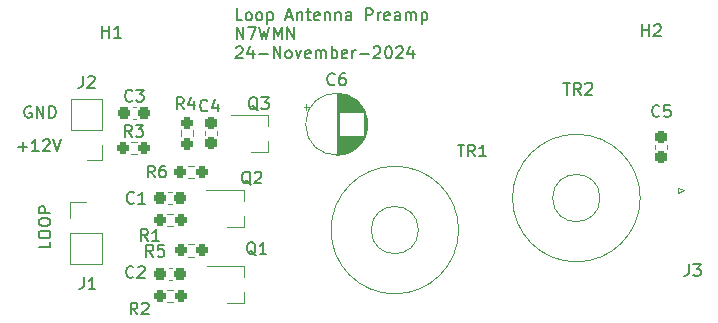
<source format=gto>
G04 #@! TF.GenerationSoftware,KiCad,Pcbnew,7.0.10*
G04 #@! TF.CreationDate,2024-11-24T13:25:20-08:00*
G04 #@! TF.ProjectId,LoopAntennaPreamp,4c6f6f70-416e-4746-956e-6e6150726561,rev?*
G04 #@! TF.SameCoordinates,Original*
G04 #@! TF.FileFunction,Legend,Top*
G04 #@! TF.FilePolarity,Positive*
%FSLAX46Y46*%
G04 Gerber Fmt 4.6, Leading zero omitted, Abs format (unit mm)*
G04 Created by KiCad (PCBNEW 7.0.10) date 2024-11-24 13:25:20*
%MOMM*%
%LPD*%
G01*
G04 APERTURE LIST*
G04 Aperture macros list*
%AMRoundRect*
0 Rectangle with rounded corners*
0 $1 Rounding radius*
0 $2 $3 $4 $5 $6 $7 $8 $9 X,Y pos of 4 corners*
0 Add a 4 corners polygon primitive as box body*
4,1,4,$2,$3,$4,$5,$6,$7,$8,$9,$2,$3,0*
0 Add four circle primitives for the rounded corners*
1,1,$1+$1,$2,$3*
1,1,$1+$1,$4,$5*
1,1,$1+$1,$6,$7*
1,1,$1+$1,$8,$9*
0 Add four rect primitives between the rounded corners*
20,1,$1+$1,$2,$3,$4,$5,0*
20,1,$1+$1,$4,$5,$6,$7,0*
20,1,$1+$1,$6,$7,$8,$9,0*
20,1,$1+$1,$8,$9,$2,$3,0*%
G04 Aperture macros list end*
%ADD10C,0.150000*%
%ADD11C,0.120000*%
%ADD12C,3.000000*%
%ADD13RoundRect,0.237500X-0.250000X-0.237500X0.250000X-0.237500X0.250000X0.237500X-0.250000X0.237500X0*%
%ADD14RoundRect,0.237500X0.237500X-0.250000X0.237500X0.250000X-0.237500X0.250000X-0.237500X-0.250000X0*%
%ADD15R,1.900000X0.800000*%
%ADD16R,5.080000X1.500000*%
%ADD17R,1.700000X1.700000*%
%ADD18O,1.700000X1.700000*%
%ADD19C,3.200000*%
%ADD20R,1.600000X1.600000*%
%ADD21C,1.600000*%
%ADD22RoundRect,0.237500X-0.237500X0.300000X-0.237500X-0.300000X0.237500X-0.300000X0.237500X0.300000X0*%
%ADD23RoundRect,0.237500X-0.300000X-0.237500X0.300000X-0.237500X0.300000X0.237500X-0.300000X0.237500X0*%
%ADD24RoundRect,0.237500X0.300000X0.237500X-0.300000X0.237500X-0.300000X-0.237500X0.300000X-0.237500X0*%
G04 APERTURE END LIST*
D10*
X107212969Y-109039819D02*
X106736779Y-109039819D01*
X106736779Y-109039819D02*
X106736779Y-108039819D01*
X107689160Y-109039819D02*
X107593922Y-108992200D01*
X107593922Y-108992200D02*
X107546303Y-108944580D01*
X107546303Y-108944580D02*
X107498684Y-108849342D01*
X107498684Y-108849342D02*
X107498684Y-108563628D01*
X107498684Y-108563628D02*
X107546303Y-108468390D01*
X107546303Y-108468390D02*
X107593922Y-108420771D01*
X107593922Y-108420771D02*
X107689160Y-108373152D01*
X107689160Y-108373152D02*
X107832017Y-108373152D01*
X107832017Y-108373152D02*
X107927255Y-108420771D01*
X107927255Y-108420771D02*
X107974874Y-108468390D01*
X107974874Y-108468390D02*
X108022493Y-108563628D01*
X108022493Y-108563628D02*
X108022493Y-108849342D01*
X108022493Y-108849342D02*
X107974874Y-108944580D01*
X107974874Y-108944580D02*
X107927255Y-108992200D01*
X107927255Y-108992200D02*
X107832017Y-109039819D01*
X107832017Y-109039819D02*
X107689160Y-109039819D01*
X108593922Y-109039819D02*
X108498684Y-108992200D01*
X108498684Y-108992200D02*
X108451065Y-108944580D01*
X108451065Y-108944580D02*
X108403446Y-108849342D01*
X108403446Y-108849342D02*
X108403446Y-108563628D01*
X108403446Y-108563628D02*
X108451065Y-108468390D01*
X108451065Y-108468390D02*
X108498684Y-108420771D01*
X108498684Y-108420771D02*
X108593922Y-108373152D01*
X108593922Y-108373152D02*
X108736779Y-108373152D01*
X108736779Y-108373152D02*
X108832017Y-108420771D01*
X108832017Y-108420771D02*
X108879636Y-108468390D01*
X108879636Y-108468390D02*
X108927255Y-108563628D01*
X108927255Y-108563628D02*
X108927255Y-108849342D01*
X108927255Y-108849342D02*
X108879636Y-108944580D01*
X108879636Y-108944580D02*
X108832017Y-108992200D01*
X108832017Y-108992200D02*
X108736779Y-109039819D01*
X108736779Y-109039819D02*
X108593922Y-109039819D01*
X109355827Y-108373152D02*
X109355827Y-109373152D01*
X109355827Y-108420771D02*
X109451065Y-108373152D01*
X109451065Y-108373152D02*
X109641541Y-108373152D01*
X109641541Y-108373152D02*
X109736779Y-108420771D01*
X109736779Y-108420771D02*
X109784398Y-108468390D01*
X109784398Y-108468390D02*
X109832017Y-108563628D01*
X109832017Y-108563628D02*
X109832017Y-108849342D01*
X109832017Y-108849342D02*
X109784398Y-108944580D01*
X109784398Y-108944580D02*
X109736779Y-108992200D01*
X109736779Y-108992200D02*
X109641541Y-109039819D01*
X109641541Y-109039819D02*
X109451065Y-109039819D01*
X109451065Y-109039819D02*
X109355827Y-108992200D01*
X110974875Y-108754104D02*
X111451065Y-108754104D01*
X110879637Y-109039819D02*
X111212970Y-108039819D01*
X111212970Y-108039819D02*
X111546303Y-109039819D01*
X111879637Y-108373152D02*
X111879637Y-109039819D01*
X111879637Y-108468390D02*
X111927256Y-108420771D01*
X111927256Y-108420771D02*
X112022494Y-108373152D01*
X112022494Y-108373152D02*
X112165351Y-108373152D01*
X112165351Y-108373152D02*
X112260589Y-108420771D01*
X112260589Y-108420771D02*
X112308208Y-108516009D01*
X112308208Y-108516009D02*
X112308208Y-109039819D01*
X112641542Y-108373152D02*
X113022494Y-108373152D01*
X112784399Y-108039819D02*
X112784399Y-108896961D01*
X112784399Y-108896961D02*
X112832018Y-108992200D01*
X112832018Y-108992200D02*
X112927256Y-109039819D01*
X112927256Y-109039819D02*
X113022494Y-109039819D01*
X113736780Y-108992200D02*
X113641542Y-109039819D01*
X113641542Y-109039819D02*
X113451066Y-109039819D01*
X113451066Y-109039819D02*
X113355828Y-108992200D01*
X113355828Y-108992200D02*
X113308209Y-108896961D01*
X113308209Y-108896961D02*
X113308209Y-108516009D01*
X113308209Y-108516009D02*
X113355828Y-108420771D01*
X113355828Y-108420771D02*
X113451066Y-108373152D01*
X113451066Y-108373152D02*
X113641542Y-108373152D01*
X113641542Y-108373152D02*
X113736780Y-108420771D01*
X113736780Y-108420771D02*
X113784399Y-108516009D01*
X113784399Y-108516009D02*
X113784399Y-108611247D01*
X113784399Y-108611247D02*
X113308209Y-108706485D01*
X114212971Y-108373152D02*
X114212971Y-109039819D01*
X114212971Y-108468390D02*
X114260590Y-108420771D01*
X114260590Y-108420771D02*
X114355828Y-108373152D01*
X114355828Y-108373152D02*
X114498685Y-108373152D01*
X114498685Y-108373152D02*
X114593923Y-108420771D01*
X114593923Y-108420771D02*
X114641542Y-108516009D01*
X114641542Y-108516009D02*
X114641542Y-109039819D01*
X115117733Y-108373152D02*
X115117733Y-109039819D01*
X115117733Y-108468390D02*
X115165352Y-108420771D01*
X115165352Y-108420771D02*
X115260590Y-108373152D01*
X115260590Y-108373152D02*
X115403447Y-108373152D01*
X115403447Y-108373152D02*
X115498685Y-108420771D01*
X115498685Y-108420771D02*
X115546304Y-108516009D01*
X115546304Y-108516009D02*
X115546304Y-109039819D01*
X116451066Y-109039819D02*
X116451066Y-108516009D01*
X116451066Y-108516009D02*
X116403447Y-108420771D01*
X116403447Y-108420771D02*
X116308209Y-108373152D01*
X116308209Y-108373152D02*
X116117733Y-108373152D01*
X116117733Y-108373152D02*
X116022495Y-108420771D01*
X116451066Y-108992200D02*
X116355828Y-109039819D01*
X116355828Y-109039819D02*
X116117733Y-109039819D01*
X116117733Y-109039819D02*
X116022495Y-108992200D01*
X116022495Y-108992200D02*
X115974876Y-108896961D01*
X115974876Y-108896961D02*
X115974876Y-108801723D01*
X115974876Y-108801723D02*
X116022495Y-108706485D01*
X116022495Y-108706485D02*
X116117733Y-108658866D01*
X116117733Y-108658866D02*
X116355828Y-108658866D01*
X116355828Y-108658866D02*
X116451066Y-108611247D01*
X117689162Y-109039819D02*
X117689162Y-108039819D01*
X117689162Y-108039819D02*
X118070114Y-108039819D01*
X118070114Y-108039819D02*
X118165352Y-108087438D01*
X118165352Y-108087438D02*
X118212971Y-108135057D01*
X118212971Y-108135057D02*
X118260590Y-108230295D01*
X118260590Y-108230295D02*
X118260590Y-108373152D01*
X118260590Y-108373152D02*
X118212971Y-108468390D01*
X118212971Y-108468390D02*
X118165352Y-108516009D01*
X118165352Y-108516009D02*
X118070114Y-108563628D01*
X118070114Y-108563628D02*
X117689162Y-108563628D01*
X118689162Y-109039819D02*
X118689162Y-108373152D01*
X118689162Y-108563628D02*
X118736781Y-108468390D01*
X118736781Y-108468390D02*
X118784400Y-108420771D01*
X118784400Y-108420771D02*
X118879638Y-108373152D01*
X118879638Y-108373152D02*
X118974876Y-108373152D01*
X119689162Y-108992200D02*
X119593924Y-109039819D01*
X119593924Y-109039819D02*
X119403448Y-109039819D01*
X119403448Y-109039819D02*
X119308210Y-108992200D01*
X119308210Y-108992200D02*
X119260591Y-108896961D01*
X119260591Y-108896961D02*
X119260591Y-108516009D01*
X119260591Y-108516009D02*
X119308210Y-108420771D01*
X119308210Y-108420771D02*
X119403448Y-108373152D01*
X119403448Y-108373152D02*
X119593924Y-108373152D01*
X119593924Y-108373152D02*
X119689162Y-108420771D01*
X119689162Y-108420771D02*
X119736781Y-108516009D01*
X119736781Y-108516009D02*
X119736781Y-108611247D01*
X119736781Y-108611247D02*
X119260591Y-108706485D01*
X120593924Y-109039819D02*
X120593924Y-108516009D01*
X120593924Y-108516009D02*
X120546305Y-108420771D01*
X120546305Y-108420771D02*
X120451067Y-108373152D01*
X120451067Y-108373152D02*
X120260591Y-108373152D01*
X120260591Y-108373152D02*
X120165353Y-108420771D01*
X120593924Y-108992200D02*
X120498686Y-109039819D01*
X120498686Y-109039819D02*
X120260591Y-109039819D01*
X120260591Y-109039819D02*
X120165353Y-108992200D01*
X120165353Y-108992200D02*
X120117734Y-108896961D01*
X120117734Y-108896961D02*
X120117734Y-108801723D01*
X120117734Y-108801723D02*
X120165353Y-108706485D01*
X120165353Y-108706485D02*
X120260591Y-108658866D01*
X120260591Y-108658866D02*
X120498686Y-108658866D01*
X120498686Y-108658866D02*
X120593924Y-108611247D01*
X121070115Y-109039819D02*
X121070115Y-108373152D01*
X121070115Y-108468390D02*
X121117734Y-108420771D01*
X121117734Y-108420771D02*
X121212972Y-108373152D01*
X121212972Y-108373152D02*
X121355829Y-108373152D01*
X121355829Y-108373152D02*
X121451067Y-108420771D01*
X121451067Y-108420771D02*
X121498686Y-108516009D01*
X121498686Y-108516009D02*
X121498686Y-109039819D01*
X121498686Y-108516009D02*
X121546305Y-108420771D01*
X121546305Y-108420771D02*
X121641543Y-108373152D01*
X121641543Y-108373152D02*
X121784400Y-108373152D01*
X121784400Y-108373152D02*
X121879639Y-108420771D01*
X121879639Y-108420771D02*
X121927258Y-108516009D01*
X121927258Y-108516009D02*
X121927258Y-109039819D01*
X122403448Y-108373152D02*
X122403448Y-109373152D01*
X122403448Y-108420771D02*
X122498686Y-108373152D01*
X122498686Y-108373152D02*
X122689162Y-108373152D01*
X122689162Y-108373152D02*
X122784400Y-108420771D01*
X122784400Y-108420771D02*
X122832019Y-108468390D01*
X122832019Y-108468390D02*
X122879638Y-108563628D01*
X122879638Y-108563628D02*
X122879638Y-108849342D01*
X122879638Y-108849342D02*
X122832019Y-108944580D01*
X122832019Y-108944580D02*
X122784400Y-108992200D01*
X122784400Y-108992200D02*
X122689162Y-109039819D01*
X122689162Y-109039819D02*
X122498686Y-109039819D01*
X122498686Y-109039819D02*
X122403448Y-108992200D01*
X106736779Y-110649819D02*
X106736779Y-109649819D01*
X106736779Y-109649819D02*
X107308207Y-110649819D01*
X107308207Y-110649819D02*
X107308207Y-109649819D01*
X107689160Y-109649819D02*
X108355826Y-109649819D01*
X108355826Y-109649819D02*
X107927255Y-110649819D01*
X108641541Y-109649819D02*
X108879636Y-110649819D01*
X108879636Y-110649819D02*
X109070112Y-109935533D01*
X109070112Y-109935533D02*
X109260588Y-110649819D01*
X109260588Y-110649819D02*
X109498684Y-109649819D01*
X109879636Y-110649819D02*
X109879636Y-109649819D01*
X109879636Y-109649819D02*
X110212969Y-110364104D01*
X110212969Y-110364104D02*
X110546302Y-109649819D01*
X110546302Y-109649819D02*
X110546302Y-110649819D01*
X111022493Y-110649819D02*
X111022493Y-109649819D01*
X111022493Y-109649819D02*
X111593921Y-110649819D01*
X111593921Y-110649819D02*
X111593921Y-109649819D01*
X106689160Y-111355057D02*
X106736779Y-111307438D01*
X106736779Y-111307438D02*
X106832017Y-111259819D01*
X106832017Y-111259819D02*
X107070112Y-111259819D01*
X107070112Y-111259819D02*
X107165350Y-111307438D01*
X107165350Y-111307438D02*
X107212969Y-111355057D01*
X107212969Y-111355057D02*
X107260588Y-111450295D01*
X107260588Y-111450295D02*
X107260588Y-111545533D01*
X107260588Y-111545533D02*
X107212969Y-111688390D01*
X107212969Y-111688390D02*
X106641541Y-112259819D01*
X106641541Y-112259819D02*
X107260588Y-112259819D01*
X108117731Y-111593152D02*
X108117731Y-112259819D01*
X107879636Y-111212200D02*
X107641541Y-111926485D01*
X107641541Y-111926485D02*
X108260588Y-111926485D01*
X108641541Y-111878866D02*
X109403446Y-111878866D01*
X109879636Y-112259819D02*
X109879636Y-111259819D01*
X109879636Y-111259819D02*
X110451064Y-112259819D01*
X110451064Y-112259819D02*
X110451064Y-111259819D01*
X111070112Y-112259819D02*
X110974874Y-112212200D01*
X110974874Y-112212200D02*
X110927255Y-112164580D01*
X110927255Y-112164580D02*
X110879636Y-112069342D01*
X110879636Y-112069342D02*
X110879636Y-111783628D01*
X110879636Y-111783628D02*
X110927255Y-111688390D01*
X110927255Y-111688390D02*
X110974874Y-111640771D01*
X110974874Y-111640771D02*
X111070112Y-111593152D01*
X111070112Y-111593152D02*
X111212969Y-111593152D01*
X111212969Y-111593152D02*
X111308207Y-111640771D01*
X111308207Y-111640771D02*
X111355826Y-111688390D01*
X111355826Y-111688390D02*
X111403445Y-111783628D01*
X111403445Y-111783628D02*
X111403445Y-112069342D01*
X111403445Y-112069342D02*
X111355826Y-112164580D01*
X111355826Y-112164580D02*
X111308207Y-112212200D01*
X111308207Y-112212200D02*
X111212969Y-112259819D01*
X111212969Y-112259819D02*
X111070112Y-112259819D01*
X111736779Y-111593152D02*
X111974874Y-112259819D01*
X111974874Y-112259819D02*
X112212969Y-111593152D01*
X112974874Y-112212200D02*
X112879636Y-112259819D01*
X112879636Y-112259819D02*
X112689160Y-112259819D01*
X112689160Y-112259819D02*
X112593922Y-112212200D01*
X112593922Y-112212200D02*
X112546303Y-112116961D01*
X112546303Y-112116961D02*
X112546303Y-111736009D01*
X112546303Y-111736009D02*
X112593922Y-111640771D01*
X112593922Y-111640771D02*
X112689160Y-111593152D01*
X112689160Y-111593152D02*
X112879636Y-111593152D01*
X112879636Y-111593152D02*
X112974874Y-111640771D01*
X112974874Y-111640771D02*
X113022493Y-111736009D01*
X113022493Y-111736009D02*
X113022493Y-111831247D01*
X113022493Y-111831247D02*
X112546303Y-111926485D01*
X113451065Y-112259819D02*
X113451065Y-111593152D01*
X113451065Y-111688390D02*
X113498684Y-111640771D01*
X113498684Y-111640771D02*
X113593922Y-111593152D01*
X113593922Y-111593152D02*
X113736779Y-111593152D01*
X113736779Y-111593152D02*
X113832017Y-111640771D01*
X113832017Y-111640771D02*
X113879636Y-111736009D01*
X113879636Y-111736009D02*
X113879636Y-112259819D01*
X113879636Y-111736009D02*
X113927255Y-111640771D01*
X113927255Y-111640771D02*
X114022493Y-111593152D01*
X114022493Y-111593152D02*
X114165350Y-111593152D01*
X114165350Y-111593152D02*
X114260589Y-111640771D01*
X114260589Y-111640771D02*
X114308208Y-111736009D01*
X114308208Y-111736009D02*
X114308208Y-112259819D01*
X114784398Y-112259819D02*
X114784398Y-111259819D01*
X114784398Y-111640771D02*
X114879636Y-111593152D01*
X114879636Y-111593152D02*
X115070112Y-111593152D01*
X115070112Y-111593152D02*
X115165350Y-111640771D01*
X115165350Y-111640771D02*
X115212969Y-111688390D01*
X115212969Y-111688390D02*
X115260588Y-111783628D01*
X115260588Y-111783628D02*
X115260588Y-112069342D01*
X115260588Y-112069342D02*
X115212969Y-112164580D01*
X115212969Y-112164580D02*
X115165350Y-112212200D01*
X115165350Y-112212200D02*
X115070112Y-112259819D01*
X115070112Y-112259819D02*
X114879636Y-112259819D01*
X114879636Y-112259819D02*
X114784398Y-112212200D01*
X116070112Y-112212200D02*
X115974874Y-112259819D01*
X115974874Y-112259819D02*
X115784398Y-112259819D01*
X115784398Y-112259819D02*
X115689160Y-112212200D01*
X115689160Y-112212200D02*
X115641541Y-112116961D01*
X115641541Y-112116961D02*
X115641541Y-111736009D01*
X115641541Y-111736009D02*
X115689160Y-111640771D01*
X115689160Y-111640771D02*
X115784398Y-111593152D01*
X115784398Y-111593152D02*
X115974874Y-111593152D01*
X115974874Y-111593152D02*
X116070112Y-111640771D01*
X116070112Y-111640771D02*
X116117731Y-111736009D01*
X116117731Y-111736009D02*
X116117731Y-111831247D01*
X116117731Y-111831247D02*
X115641541Y-111926485D01*
X116546303Y-112259819D02*
X116546303Y-111593152D01*
X116546303Y-111783628D02*
X116593922Y-111688390D01*
X116593922Y-111688390D02*
X116641541Y-111640771D01*
X116641541Y-111640771D02*
X116736779Y-111593152D01*
X116736779Y-111593152D02*
X116832017Y-111593152D01*
X117165351Y-111878866D02*
X117927256Y-111878866D01*
X118355827Y-111355057D02*
X118403446Y-111307438D01*
X118403446Y-111307438D02*
X118498684Y-111259819D01*
X118498684Y-111259819D02*
X118736779Y-111259819D01*
X118736779Y-111259819D02*
X118832017Y-111307438D01*
X118832017Y-111307438D02*
X118879636Y-111355057D01*
X118879636Y-111355057D02*
X118927255Y-111450295D01*
X118927255Y-111450295D02*
X118927255Y-111545533D01*
X118927255Y-111545533D02*
X118879636Y-111688390D01*
X118879636Y-111688390D02*
X118308208Y-112259819D01*
X118308208Y-112259819D02*
X118927255Y-112259819D01*
X119546303Y-111259819D02*
X119641541Y-111259819D01*
X119641541Y-111259819D02*
X119736779Y-111307438D01*
X119736779Y-111307438D02*
X119784398Y-111355057D01*
X119784398Y-111355057D02*
X119832017Y-111450295D01*
X119832017Y-111450295D02*
X119879636Y-111640771D01*
X119879636Y-111640771D02*
X119879636Y-111878866D01*
X119879636Y-111878866D02*
X119832017Y-112069342D01*
X119832017Y-112069342D02*
X119784398Y-112164580D01*
X119784398Y-112164580D02*
X119736779Y-112212200D01*
X119736779Y-112212200D02*
X119641541Y-112259819D01*
X119641541Y-112259819D02*
X119546303Y-112259819D01*
X119546303Y-112259819D02*
X119451065Y-112212200D01*
X119451065Y-112212200D02*
X119403446Y-112164580D01*
X119403446Y-112164580D02*
X119355827Y-112069342D01*
X119355827Y-112069342D02*
X119308208Y-111878866D01*
X119308208Y-111878866D02*
X119308208Y-111640771D01*
X119308208Y-111640771D02*
X119355827Y-111450295D01*
X119355827Y-111450295D02*
X119403446Y-111355057D01*
X119403446Y-111355057D02*
X119451065Y-111307438D01*
X119451065Y-111307438D02*
X119546303Y-111259819D01*
X120260589Y-111355057D02*
X120308208Y-111307438D01*
X120308208Y-111307438D02*
X120403446Y-111259819D01*
X120403446Y-111259819D02*
X120641541Y-111259819D01*
X120641541Y-111259819D02*
X120736779Y-111307438D01*
X120736779Y-111307438D02*
X120784398Y-111355057D01*
X120784398Y-111355057D02*
X120832017Y-111450295D01*
X120832017Y-111450295D02*
X120832017Y-111545533D01*
X120832017Y-111545533D02*
X120784398Y-111688390D01*
X120784398Y-111688390D02*
X120212970Y-112259819D01*
X120212970Y-112259819D02*
X120832017Y-112259819D01*
X121689160Y-111593152D02*
X121689160Y-112259819D01*
X121451065Y-111212200D02*
X121212970Y-111926485D01*
X121212970Y-111926485D02*
X121832017Y-111926485D01*
X90979819Y-127797030D02*
X90979819Y-128273220D01*
X90979819Y-128273220D02*
X89979819Y-128273220D01*
X89979819Y-127273220D02*
X89979819Y-127082744D01*
X89979819Y-127082744D02*
X90027438Y-126987506D01*
X90027438Y-126987506D02*
X90122676Y-126892268D01*
X90122676Y-126892268D02*
X90313152Y-126844649D01*
X90313152Y-126844649D02*
X90646485Y-126844649D01*
X90646485Y-126844649D02*
X90836961Y-126892268D01*
X90836961Y-126892268D02*
X90932200Y-126987506D01*
X90932200Y-126987506D02*
X90979819Y-127082744D01*
X90979819Y-127082744D02*
X90979819Y-127273220D01*
X90979819Y-127273220D02*
X90932200Y-127368458D01*
X90932200Y-127368458D02*
X90836961Y-127463696D01*
X90836961Y-127463696D02*
X90646485Y-127511315D01*
X90646485Y-127511315D02*
X90313152Y-127511315D01*
X90313152Y-127511315D02*
X90122676Y-127463696D01*
X90122676Y-127463696D02*
X90027438Y-127368458D01*
X90027438Y-127368458D02*
X89979819Y-127273220D01*
X89979819Y-126225601D02*
X89979819Y-126035125D01*
X89979819Y-126035125D02*
X90027438Y-125939887D01*
X90027438Y-125939887D02*
X90122676Y-125844649D01*
X90122676Y-125844649D02*
X90313152Y-125797030D01*
X90313152Y-125797030D02*
X90646485Y-125797030D01*
X90646485Y-125797030D02*
X90836961Y-125844649D01*
X90836961Y-125844649D02*
X90932200Y-125939887D01*
X90932200Y-125939887D02*
X90979819Y-126035125D01*
X90979819Y-126035125D02*
X90979819Y-126225601D01*
X90979819Y-126225601D02*
X90932200Y-126320839D01*
X90932200Y-126320839D02*
X90836961Y-126416077D01*
X90836961Y-126416077D02*
X90646485Y-126463696D01*
X90646485Y-126463696D02*
X90313152Y-126463696D01*
X90313152Y-126463696D02*
X90122676Y-126416077D01*
X90122676Y-126416077D02*
X90027438Y-126320839D01*
X90027438Y-126320839D02*
X89979819Y-126225601D01*
X90979819Y-125368458D02*
X89979819Y-125368458D01*
X89979819Y-125368458D02*
X89979819Y-124987506D01*
X89979819Y-124987506D02*
X90027438Y-124892268D01*
X90027438Y-124892268D02*
X90075057Y-124844649D01*
X90075057Y-124844649D02*
X90170295Y-124797030D01*
X90170295Y-124797030D02*
X90313152Y-124797030D01*
X90313152Y-124797030D02*
X90408390Y-124844649D01*
X90408390Y-124844649D02*
X90456009Y-124892268D01*
X90456009Y-124892268D02*
X90503628Y-124987506D01*
X90503628Y-124987506D02*
X90503628Y-125368458D01*
X88236779Y-119748866D02*
X88998684Y-119748866D01*
X88617731Y-120129819D02*
X88617731Y-119367914D01*
X89998683Y-120129819D02*
X89427255Y-120129819D01*
X89712969Y-120129819D02*
X89712969Y-119129819D01*
X89712969Y-119129819D02*
X89617731Y-119272676D01*
X89617731Y-119272676D02*
X89522493Y-119367914D01*
X89522493Y-119367914D02*
X89427255Y-119415533D01*
X90379636Y-119225057D02*
X90427255Y-119177438D01*
X90427255Y-119177438D02*
X90522493Y-119129819D01*
X90522493Y-119129819D02*
X90760588Y-119129819D01*
X90760588Y-119129819D02*
X90855826Y-119177438D01*
X90855826Y-119177438D02*
X90903445Y-119225057D01*
X90903445Y-119225057D02*
X90951064Y-119320295D01*
X90951064Y-119320295D02*
X90951064Y-119415533D01*
X90951064Y-119415533D02*
X90903445Y-119558390D01*
X90903445Y-119558390D02*
X90332017Y-120129819D01*
X90332017Y-120129819D02*
X90951064Y-120129819D01*
X91236779Y-119129819D02*
X91570112Y-120129819D01*
X91570112Y-120129819D02*
X91903445Y-119129819D01*
X89340588Y-116347438D02*
X89245350Y-116299819D01*
X89245350Y-116299819D02*
X89102493Y-116299819D01*
X89102493Y-116299819D02*
X88959636Y-116347438D01*
X88959636Y-116347438D02*
X88864398Y-116442676D01*
X88864398Y-116442676D02*
X88816779Y-116537914D01*
X88816779Y-116537914D02*
X88769160Y-116728390D01*
X88769160Y-116728390D02*
X88769160Y-116871247D01*
X88769160Y-116871247D02*
X88816779Y-117061723D01*
X88816779Y-117061723D02*
X88864398Y-117156961D01*
X88864398Y-117156961D02*
X88959636Y-117252200D01*
X88959636Y-117252200D02*
X89102493Y-117299819D01*
X89102493Y-117299819D02*
X89197731Y-117299819D01*
X89197731Y-117299819D02*
X89340588Y-117252200D01*
X89340588Y-117252200D02*
X89388207Y-117204580D01*
X89388207Y-117204580D02*
X89388207Y-116871247D01*
X89388207Y-116871247D02*
X89197731Y-116871247D01*
X89816779Y-117299819D02*
X89816779Y-116299819D01*
X89816779Y-116299819D02*
X90388207Y-117299819D01*
X90388207Y-117299819D02*
X90388207Y-116299819D01*
X90864398Y-117299819D02*
X90864398Y-116299819D01*
X90864398Y-116299819D02*
X91102493Y-116299819D01*
X91102493Y-116299819D02*
X91245350Y-116347438D01*
X91245350Y-116347438D02*
X91340588Y-116442676D01*
X91340588Y-116442676D02*
X91388207Y-116537914D01*
X91388207Y-116537914D02*
X91435826Y-116728390D01*
X91435826Y-116728390D02*
X91435826Y-116871247D01*
X91435826Y-116871247D02*
X91388207Y-117061723D01*
X91388207Y-117061723D02*
X91340588Y-117156961D01*
X91340588Y-117156961D02*
X91245350Y-117252200D01*
X91245350Y-117252200D02*
X91102493Y-117299819D01*
X91102493Y-117299819D02*
X90864398Y-117299819D01*
X134418095Y-114344819D02*
X134989523Y-114344819D01*
X134703809Y-115344819D02*
X134703809Y-114344819D01*
X135894285Y-115344819D02*
X135560952Y-114868628D01*
X135322857Y-115344819D02*
X135322857Y-114344819D01*
X135322857Y-114344819D02*
X135703809Y-114344819D01*
X135703809Y-114344819D02*
X135799047Y-114392438D01*
X135799047Y-114392438D02*
X135846666Y-114440057D01*
X135846666Y-114440057D02*
X135894285Y-114535295D01*
X135894285Y-114535295D02*
X135894285Y-114678152D01*
X135894285Y-114678152D02*
X135846666Y-114773390D01*
X135846666Y-114773390D02*
X135799047Y-114821009D01*
X135799047Y-114821009D02*
X135703809Y-114868628D01*
X135703809Y-114868628D02*
X135322857Y-114868628D01*
X136275238Y-114440057D02*
X136322857Y-114392438D01*
X136322857Y-114392438D02*
X136418095Y-114344819D01*
X136418095Y-114344819D02*
X136656190Y-114344819D01*
X136656190Y-114344819D02*
X136751428Y-114392438D01*
X136751428Y-114392438D02*
X136799047Y-114440057D01*
X136799047Y-114440057D02*
X136846666Y-114535295D01*
X136846666Y-114535295D02*
X136846666Y-114630533D01*
X136846666Y-114630533D02*
X136799047Y-114773390D01*
X136799047Y-114773390D02*
X136227619Y-115344819D01*
X136227619Y-115344819D02*
X136846666Y-115344819D01*
X125448095Y-119574819D02*
X126019523Y-119574819D01*
X125733809Y-120574819D02*
X125733809Y-119574819D01*
X126924285Y-120574819D02*
X126590952Y-120098628D01*
X126352857Y-120574819D02*
X126352857Y-119574819D01*
X126352857Y-119574819D02*
X126733809Y-119574819D01*
X126733809Y-119574819D02*
X126829047Y-119622438D01*
X126829047Y-119622438D02*
X126876666Y-119670057D01*
X126876666Y-119670057D02*
X126924285Y-119765295D01*
X126924285Y-119765295D02*
X126924285Y-119908152D01*
X126924285Y-119908152D02*
X126876666Y-120003390D01*
X126876666Y-120003390D02*
X126829047Y-120051009D01*
X126829047Y-120051009D02*
X126733809Y-120098628D01*
X126733809Y-120098628D02*
X126352857Y-120098628D01*
X127876666Y-120574819D02*
X127305238Y-120574819D01*
X127590952Y-120574819D02*
X127590952Y-119574819D01*
X127590952Y-119574819D02*
X127495714Y-119717676D01*
X127495714Y-119717676D02*
X127400476Y-119812914D01*
X127400476Y-119812914D02*
X127305238Y-119860533D01*
X99813333Y-122344819D02*
X99480000Y-121868628D01*
X99241905Y-122344819D02*
X99241905Y-121344819D01*
X99241905Y-121344819D02*
X99622857Y-121344819D01*
X99622857Y-121344819D02*
X99718095Y-121392438D01*
X99718095Y-121392438D02*
X99765714Y-121440057D01*
X99765714Y-121440057D02*
X99813333Y-121535295D01*
X99813333Y-121535295D02*
X99813333Y-121678152D01*
X99813333Y-121678152D02*
X99765714Y-121773390D01*
X99765714Y-121773390D02*
X99718095Y-121821009D01*
X99718095Y-121821009D02*
X99622857Y-121868628D01*
X99622857Y-121868628D02*
X99241905Y-121868628D01*
X100670476Y-121344819D02*
X100480000Y-121344819D01*
X100480000Y-121344819D02*
X100384762Y-121392438D01*
X100384762Y-121392438D02*
X100337143Y-121440057D01*
X100337143Y-121440057D02*
X100241905Y-121582914D01*
X100241905Y-121582914D02*
X100194286Y-121773390D01*
X100194286Y-121773390D02*
X100194286Y-122154342D01*
X100194286Y-122154342D02*
X100241905Y-122249580D01*
X100241905Y-122249580D02*
X100289524Y-122297200D01*
X100289524Y-122297200D02*
X100384762Y-122344819D01*
X100384762Y-122344819D02*
X100575238Y-122344819D01*
X100575238Y-122344819D02*
X100670476Y-122297200D01*
X100670476Y-122297200D02*
X100718095Y-122249580D01*
X100718095Y-122249580D02*
X100765714Y-122154342D01*
X100765714Y-122154342D02*
X100765714Y-121916247D01*
X100765714Y-121916247D02*
X100718095Y-121821009D01*
X100718095Y-121821009D02*
X100670476Y-121773390D01*
X100670476Y-121773390D02*
X100575238Y-121725771D01*
X100575238Y-121725771D02*
X100384762Y-121725771D01*
X100384762Y-121725771D02*
X100289524Y-121773390D01*
X100289524Y-121773390D02*
X100241905Y-121821009D01*
X100241905Y-121821009D02*
X100194286Y-121916247D01*
X99683333Y-129054819D02*
X99350000Y-128578628D01*
X99111905Y-129054819D02*
X99111905Y-128054819D01*
X99111905Y-128054819D02*
X99492857Y-128054819D01*
X99492857Y-128054819D02*
X99588095Y-128102438D01*
X99588095Y-128102438D02*
X99635714Y-128150057D01*
X99635714Y-128150057D02*
X99683333Y-128245295D01*
X99683333Y-128245295D02*
X99683333Y-128388152D01*
X99683333Y-128388152D02*
X99635714Y-128483390D01*
X99635714Y-128483390D02*
X99588095Y-128531009D01*
X99588095Y-128531009D02*
X99492857Y-128578628D01*
X99492857Y-128578628D02*
X99111905Y-128578628D01*
X100588095Y-128054819D02*
X100111905Y-128054819D01*
X100111905Y-128054819D02*
X100064286Y-128531009D01*
X100064286Y-128531009D02*
X100111905Y-128483390D01*
X100111905Y-128483390D02*
X100207143Y-128435771D01*
X100207143Y-128435771D02*
X100445238Y-128435771D01*
X100445238Y-128435771D02*
X100540476Y-128483390D01*
X100540476Y-128483390D02*
X100588095Y-128531009D01*
X100588095Y-128531009D02*
X100635714Y-128626247D01*
X100635714Y-128626247D02*
X100635714Y-128864342D01*
X100635714Y-128864342D02*
X100588095Y-128959580D01*
X100588095Y-128959580D02*
X100540476Y-129007200D01*
X100540476Y-129007200D02*
X100445238Y-129054819D01*
X100445238Y-129054819D02*
X100207143Y-129054819D01*
X100207143Y-129054819D02*
X100111905Y-129007200D01*
X100111905Y-129007200D02*
X100064286Y-128959580D01*
X102263333Y-116564819D02*
X101930000Y-116088628D01*
X101691905Y-116564819D02*
X101691905Y-115564819D01*
X101691905Y-115564819D02*
X102072857Y-115564819D01*
X102072857Y-115564819D02*
X102168095Y-115612438D01*
X102168095Y-115612438D02*
X102215714Y-115660057D01*
X102215714Y-115660057D02*
X102263333Y-115755295D01*
X102263333Y-115755295D02*
X102263333Y-115898152D01*
X102263333Y-115898152D02*
X102215714Y-115993390D01*
X102215714Y-115993390D02*
X102168095Y-116041009D01*
X102168095Y-116041009D02*
X102072857Y-116088628D01*
X102072857Y-116088628D02*
X101691905Y-116088628D01*
X103120476Y-115898152D02*
X103120476Y-116564819D01*
X102882381Y-115517200D02*
X102644286Y-116231485D01*
X102644286Y-116231485D02*
X103263333Y-116231485D01*
X97863333Y-118904819D02*
X97530000Y-118428628D01*
X97291905Y-118904819D02*
X97291905Y-117904819D01*
X97291905Y-117904819D02*
X97672857Y-117904819D01*
X97672857Y-117904819D02*
X97768095Y-117952438D01*
X97768095Y-117952438D02*
X97815714Y-118000057D01*
X97815714Y-118000057D02*
X97863333Y-118095295D01*
X97863333Y-118095295D02*
X97863333Y-118238152D01*
X97863333Y-118238152D02*
X97815714Y-118333390D01*
X97815714Y-118333390D02*
X97768095Y-118381009D01*
X97768095Y-118381009D02*
X97672857Y-118428628D01*
X97672857Y-118428628D02*
X97291905Y-118428628D01*
X98196667Y-117904819D02*
X98815714Y-117904819D01*
X98815714Y-117904819D02*
X98482381Y-118285771D01*
X98482381Y-118285771D02*
X98625238Y-118285771D01*
X98625238Y-118285771D02*
X98720476Y-118333390D01*
X98720476Y-118333390D02*
X98768095Y-118381009D01*
X98768095Y-118381009D02*
X98815714Y-118476247D01*
X98815714Y-118476247D02*
X98815714Y-118714342D01*
X98815714Y-118714342D02*
X98768095Y-118809580D01*
X98768095Y-118809580D02*
X98720476Y-118857200D01*
X98720476Y-118857200D02*
X98625238Y-118904819D01*
X98625238Y-118904819D02*
X98339524Y-118904819D01*
X98339524Y-118904819D02*
X98244286Y-118857200D01*
X98244286Y-118857200D02*
X98196667Y-118809580D01*
X98333333Y-133944819D02*
X98000000Y-133468628D01*
X97761905Y-133944819D02*
X97761905Y-132944819D01*
X97761905Y-132944819D02*
X98142857Y-132944819D01*
X98142857Y-132944819D02*
X98238095Y-132992438D01*
X98238095Y-132992438D02*
X98285714Y-133040057D01*
X98285714Y-133040057D02*
X98333333Y-133135295D01*
X98333333Y-133135295D02*
X98333333Y-133278152D01*
X98333333Y-133278152D02*
X98285714Y-133373390D01*
X98285714Y-133373390D02*
X98238095Y-133421009D01*
X98238095Y-133421009D02*
X98142857Y-133468628D01*
X98142857Y-133468628D02*
X97761905Y-133468628D01*
X98714286Y-133040057D02*
X98761905Y-132992438D01*
X98761905Y-132992438D02*
X98857143Y-132944819D01*
X98857143Y-132944819D02*
X99095238Y-132944819D01*
X99095238Y-132944819D02*
X99190476Y-132992438D01*
X99190476Y-132992438D02*
X99238095Y-133040057D01*
X99238095Y-133040057D02*
X99285714Y-133135295D01*
X99285714Y-133135295D02*
X99285714Y-133230533D01*
X99285714Y-133230533D02*
X99238095Y-133373390D01*
X99238095Y-133373390D02*
X98666667Y-133944819D01*
X98666667Y-133944819D02*
X99285714Y-133944819D01*
X99233333Y-127734819D02*
X98900000Y-127258628D01*
X98661905Y-127734819D02*
X98661905Y-126734819D01*
X98661905Y-126734819D02*
X99042857Y-126734819D01*
X99042857Y-126734819D02*
X99138095Y-126782438D01*
X99138095Y-126782438D02*
X99185714Y-126830057D01*
X99185714Y-126830057D02*
X99233333Y-126925295D01*
X99233333Y-126925295D02*
X99233333Y-127068152D01*
X99233333Y-127068152D02*
X99185714Y-127163390D01*
X99185714Y-127163390D02*
X99138095Y-127211009D01*
X99138095Y-127211009D02*
X99042857Y-127258628D01*
X99042857Y-127258628D02*
X98661905Y-127258628D01*
X100185714Y-127734819D02*
X99614286Y-127734819D01*
X99900000Y-127734819D02*
X99900000Y-126734819D01*
X99900000Y-126734819D02*
X99804762Y-126877676D01*
X99804762Y-126877676D02*
X99709524Y-126972914D01*
X99709524Y-126972914D02*
X99614286Y-127020533D01*
X108544761Y-116670057D02*
X108449523Y-116622438D01*
X108449523Y-116622438D02*
X108354285Y-116527200D01*
X108354285Y-116527200D02*
X108211428Y-116384342D01*
X108211428Y-116384342D02*
X108116190Y-116336723D01*
X108116190Y-116336723D02*
X108020952Y-116336723D01*
X108068571Y-116574819D02*
X107973333Y-116527200D01*
X107973333Y-116527200D02*
X107878095Y-116431961D01*
X107878095Y-116431961D02*
X107830476Y-116241485D01*
X107830476Y-116241485D02*
X107830476Y-115908152D01*
X107830476Y-115908152D02*
X107878095Y-115717676D01*
X107878095Y-115717676D02*
X107973333Y-115622438D01*
X107973333Y-115622438D02*
X108068571Y-115574819D01*
X108068571Y-115574819D02*
X108259047Y-115574819D01*
X108259047Y-115574819D02*
X108354285Y-115622438D01*
X108354285Y-115622438D02*
X108449523Y-115717676D01*
X108449523Y-115717676D02*
X108497142Y-115908152D01*
X108497142Y-115908152D02*
X108497142Y-116241485D01*
X108497142Y-116241485D02*
X108449523Y-116431961D01*
X108449523Y-116431961D02*
X108354285Y-116527200D01*
X108354285Y-116527200D02*
X108259047Y-116574819D01*
X108259047Y-116574819D02*
X108068571Y-116574819D01*
X108830476Y-115574819D02*
X109449523Y-115574819D01*
X109449523Y-115574819D02*
X109116190Y-115955771D01*
X109116190Y-115955771D02*
X109259047Y-115955771D01*
X109259047Y-115955771D02*
X109354285Y-116003390D01*
X109354285Y-116003390D02*
X109401904Y-116051009D01*
X109401904Y-116051009D02*
X109449523Y-116146247D01*
X109449523Y-116146247D02*
X109449523Y-116384342D01*
X109449523Y-116384342D02*
X109401904Y-116479580D01*
X109401904Y-116479580D02*
X109354285Y-116527200D01*
X109354285Y-116527200D02*
X109259047Y-116574819D01*
X109259047Y-116574819D02*
X108973333Y-116574819D01*
X108973333Y-116574819D02*
X108878095Y-116527200D01*
X108878095Y-116527200D02*
X108830476Y-116479580D01*
X107944761Y-122950057D02*
X107849523Y-122902438D01*
X107849523Y-122902438D02*
X107754285Y-122807200D01*
X107754285Y-122807200D02*
X107611428Y-122664342D01*
X107611428Y-122664342D02*
X107516190Y-122616723D01*
X107516190Y-122616723D02*
X107420952Y-122616723D01*
X107468571Y-122854819D02*
X107373333Y-122807200D01*
X107373333Y-122807200D02*
X107278095Y-122711961D01*
X107278095Y-122711961D02*
X107230476Y-122521485D01*
X107230476Y-122521485D02*
X107230476Y-122188152D01*
X107230476Y-122188152D02*
X107278095Y-121997676D01*
X107278095Y-121997676D02*
X107373333Y-121902438D01*
X107373333Y-121902438D02*
X107468571Y-121854819D01*
X107468571Y-121854819D02*
X107659047Y-121854819D01*
X107659047Y-121854819D02*
X107754285Y-121902438D01*
X107754285Y-121902438D02*
X107849523Y-121997676D01*
X107849523Y-121997676D02*
X107897142Y-122188152D01*
X107897142Y-122188152D02*
X107897142Y-122521485D01*
X107897142Y-122521485D02*
X107849523Y-122711961D01*
X107849523Y-122711961D02*
X107754285Y-122807200D01*
X107754285Y-122807200D02*
X107659047Y-122854819D01*
X107659047Y-122854819D02*
X107468571Y-122854819D01*
X108278095Y-121950057D02*
X108325714Y-121902438D01*
X108325714Y-121902438D02*
X108420952Y-121854819D01*
X108420952Y-121854819D02*
X108659047Y-121854819D01*
X108659047Y-121854819D02*
X108754285Y-121902438D01*
X108754285Y-121902438D02*
X108801904Y-121950057D01*
X108801904Y-121950057D02*
X108849523Y-122045295D01*
X108849523Y-122045295D02*
X108849523Y-122140533D01*
X108849523Y-122140533D02*
X108801904Y-122283390D01*
X108801904Y-122283390D02*
X108230476Y-122854819D01*
X108230476Y-122854819D02*
X108849523Y-122854819D01*
X108364761Y-128930057D02*
X108269523Y-128882438D01*
X108269523Y-128882438D02*
X108174285Y-128787200D01*
X108174285Y-128787200D02*
X108031428Y-128644342D01*
X108031428Y-128644342D02*
X107936190Y-128596723D01*
X107936190Y-128596723D02*
X107840952Y-128596723D01*
X107888571Y-128834819D02*
X107793333Y-128787200D01*
X107793333Y-128787200D02*
X107698095Y-128691961D01*
X107698095Y-128691961D02*
X107650476Y-128501485D01*
X107650476Y-128501485D02*
X107650476Y-128168152D01*
X107650476Y-128168152D02*
X107698095Y-127977676D01*
X107698095Y-127977676D02*
X107793333Y-127882438D01*
X107793333Y-127882438D02*
X107888571Y-127834819D01*
X107888571Y-127834819D02*
X108079047Y-127834819D01*
X108079047Y-127834819D02*
X108174285Y-127882438D01*
X108174285Y-127882438D02*
X108269523Y-127977676D01*
X108269523Y-127977676D02*
X108317142Y-128168152D01*
X108317142Y-128168152D02*
X108317142Y-128501485D01*
X108317142Y-128501485D02*
X108269523Y-128691961D01*
X108269523Y-128691961D02*
X108174285Y-128787200D01*
X108174285Y-128787200D02*
X108079047Y-128834819D01*
X108079047Y-128834819D02*
X107888571Y-128834819D01*
X109269523Y-128834819D02*
X108698095Y-128834819D01*
X108983809Y-128834819D02*
X108983809Y-127834819D01*
X108983809Y-127834819D02*
X108888571Y-127977676D01*
X108888571Y-127977676D02*
X108793333Y-128072914D01*
X108793333Y-128072914D02*
X108698095Y-128120533D01*
X145029166Y-129694819D02*
X145029166Y-130409104D01*
X145029166Y-130409104D02*
X144981547Y-130551961D01*
X144981547Y-130551961D02*
X144886309Y-130647200D01*
X144886309Y-130647200D02*
X144743452Y-130694819D01*
X144743452Y-130694819D02*
X144648214Y-130694819D01*
X145410119Y-129694819D02*
X146029166Y-129694819D01*
X146029166Y-129694819D02*
X145695833Y-130075771D01*
X145695833Y-130075771D02*
X145838690Y-130075771D01*
X145838690Y-130075771D02*
X145933928Y-130123390D01*
X145933928Y-130123390D02*
X145981547Y-130171009D01*
X145981547Y-130171009D02*
X146029166Y-130266247D01*
X146029166Y-130266247D02*
X146029166Y-130504342D01*
X146029166Y-130504342D02*
X145981547Y-130599580D01*
X145981547Y-130599580D02*
X145933928Y-130647200D01*
X145933928Y-130647200D02*
X145838690Y-130694819D01*
X145838690Y-130694819D02*
X145552976Y-130694819D01*
X145552976Y-130694819D02*
X145457738Y-130647200D01*
X145457738Y-130647200D02*
X145410119Y-130599580D01*
X93726666Y-113764819D02*
X93726666Y-114479104D01*
X93726666Y-114479104D02*
X93679047Y-114621961D01*
X93679047Y-114621961D02*
X93583809Y-114717200D01*
X93583809Y-114717200D02*
X93440952Y-114764819D01*
X93440952Y-114764819D02*
X93345714Y-114764819D01*
X94155238Y-113860057D02*
X94202857Y-113812438D01*
X94202857Y-113812438D02*
X94298095Y-113764819D01*
X94298095Y-113764819D02*
X94536190Y-113764819D01*
X94536190Y-113764819D02*
X94631428Y-113812438D01*
X94631428Y-113812438D02*
X94679047Y-113860057D01*
X94679047Y-113860057D02*
X94726666Y-113955295D01*
X94726666Y-113955295D02*
X94726666Y-114050533D01*
X94726666Y-114050533D02*
X94679047Y-114193390D01*
X94679047Y-114193390D02*
X94107619Y-114764819D01*
X94107619Y-114764819D02*
X94726666Y-114764819D01*
X93796666Y-130794819D02*
X93796666Y-131509104D01*
X93796666Y-131509104D02*
X93749047Y-131651961D01*
X93749047Y-131651961D02*
X93653809Y-131747200D01*
X93653809Y-131747200D02*
X93510952Y-131794819D01*
X93510952Y-131794819D02*
X93415714Y-131794819D01*
X94796666Y-131794819D02*
X94225238Y-131794819D01*
X94510952Y-131794819D02*
X94510952Y-130794819D01*
X94510952Y-130794819D02*
X94415714Y-130937676D01*
X94415714Y-130937676D02*
X94320476Y-131032914D01*
X94320476Y-131032914D02*
X94225238Y-131080533D01*
X141088095Y-110394819D02*
X141088095Y-109394819D01*
X141088095Y-109871009D02*
X141659523Y-109871009D01*
X141659523Y-110394819D02*
X141659523Y-109394819D01*
X142088095Y-109490057D02*
X142135714Y-109442438D01*
X142135714Y-109442438D02*
X142230952Y-109394819D01*
X142230952Y-109394819D02*
X142469047Y-109394819D01*
X142469047Y-109394819D02*
X142564285Y-109442438D01*
X142564285Y-109442438D02*
X142611904Y-109490057D01*
X142611904Y-109490057D02*
X142659523Y-109585295D01*
X142659523Y-109585295D02*
X142659523Y-109680533D01*
X142659523Y-109680533D02*
X142611904Y-109823390D01*
X142611904Y-109823390D02*
X142040476Y-110394819D01*
X142040476Y-110394819D02*
X142659523Y-110394819D01*
X95378095Y-110514819D02*
X95378095Y-109514819D01*
X95378095Y-109991009D02*
X95949523Y-109991009D01*
X95949523Y-110514819D02*
X95949523Y-109514819D01*
X96949523Y-110514819D02*
X96378095Y-110514819D01*
X96663809Y-110514819D02*
X96663809Y-109514819D01*
X96663809Y-109514819D02*
X96568571Y-109657676D01*
X96568571Y-109657676D02*
X96473333Y-109752914D01*
X96473333Y-109752914D02*
X96378095Y-109800533D01*
X115048221Y-114439580D02*
X115000602Y-114487200D01*
X115000602Y-114487200D02*
X114857745Y-114534819D01*
X114857745Y-114534819D02*
X114762507Y-114534819D01*
X114762507Y-114534819D02*
X114619650Y-114487200D01*
X114619650Y-114487200D02*
X114524412Y-114391961D01*
X114524412Y-114391961D02*
X114476793Y-114296723D01*
X114476793Y-114296723D02*
X114429174Y-114106247D01*
X114429174Y-114106247D02*
X114429174Y-113963390D01*
X114429174Y-113963390D02*
X114476793Y-113772914D01*
X114476793Y-113772914D02*
X114524412Y-113677676D01*
X114524412Y-113677676D02*
X114619650Y-113582438D01*
X114619650Y-113582438D02*
X114762507Y-113534819D01*
X114762507Y-113534819D02*
X114857745Y-113534819D01*
X114857745Y-113534819D02*
X115000602Y-113582438D01*
X115000602Y-113582438D02*
X115048221Y-113630057D01*
X115905364Y-113534819D02*
X115714888Y-113534819D01*
X115714888Y-113534819D02*
X115619650Y-113582438D01*
X115619650Y-113582438D02*
X115572031Y-113630057D01*
X115572031Y-113630057D02*
X115476793Y-113772914D01*
X115476793Y-113772914D02*
X115429174Y-113963390D01*
X115429174Y-113963390D02*
X115429174Y-114344342D01*
X115429174Y-114344342D02*
X115476793Y-114439580D01*
X115476793Y-114439580D02*
X115524412Y-114487200D01*
X115524412Y-114487200D02*
X115619650Y-114534819D01*
X115619650Y-114534819D02*
X115810126Y-114534819D01*
X115810126Y-114534819D02*
X115905364Y-114487200D01*
X115905364Y-114487200D02*
X115952983Y-114439580D01*
X115952983Y-114439580D02*
X116000602Y-114344342D01*
X116000602Y-114344342D02*
X116000602Y-114106247D01*
X116000602Y-114106247D02*
X115952983Y-114011009D01*
X115952983Y-114011009D02*
X115905364Y-113963390D01*
X115905364Y-113963390D02*
X115810126Y-113915771D01*
X115810126Y-113915771D02*
X115619650Y-113915771D01*
X115619650Y-113915771D02*
X115524412Y-113963390D01*
X115524412Y-113963390D02*
X115476793Y-114011009D01*
X115476793Y-114011009D02*
X115429174Y-114106247D01*
X142543333Y-117139580D02*
X142495714Y-117187200D01*
X142495714Y-117187200D02*
X142352857Y-117234819D01*
X142352857Y-117234819D02*
X142257619Y-117234819D01*
X142257619Y-117234819D02*
X142114762Y-117187200D01*
X142114762Y-117187200D02*
X142019524Y-117091961D01*
X142019524Y-117091961D02*
X141971905Y-116996723D01*
X141971905Y-116996723D02*
X141924286Y-116806247D01*
X141924286Y-116806247D02*
X141924286Y-116663390D01*
X141924286Y-116663390D02*
X141971905Y-116472914D01*
X141971905Y-116472914D02*
X142019524Y-116377676D01*
X142019524Y-116377676D02*
X142114762Y-116282438D01*
X142114762Y-116282438D02*
X142257619Y-116234819D01*
X142257619Y-116234819D02*
X142352857Y-116234819D01*
X142352857Y-116234819D02*
X142495714Y-116282438D01*
X142495714Y-116282438D02*
X142543333Y-116330057D01*
X143448095Y-116234819D02*
X142971905Y-116234819D01*
X142971905Y-116234819D02*
X142924286Y-116711009D01*
X142924286Y-116711009D02*
X142971905Y-116663390D01*
X142971905Y-116663390D02*
X143067143Y-116615771D01*
X143067143Y-116615771D02*
X143305238Y-116615771D01*
X143305238Y-116615771D02*
X143400476Y-116663390D01*
X143400476Y-116663390D02*
X143448095Y-116711009D01*
X143448095Y-116711009D02*
X143495714Y-116806247D01*
X143495714Y-116806247D02*
X143495714Y-117044342D01*
X143495714Y-117044342D02*
X143448095Y-117139580D01*
X143448095Y-117139580D02*
X143400476Y-117187200D01*
X143400476Y-117187200D02*
X143305238Y-117234819D01*
X143305238Y-117234819D02*
X143067143Y-117234819D01*
X143067143Y-117234819D02*
X142971905Y-117187200D01*
X142971905Y-117187200D02*
X142924286Y-117139580D01*
X104273333Y-116669580D02*
X104225714Y-116717200D01*
X104225714Y-116717200D02*
X104082857Y-116764819D01*
X104082857Y-116764819D02*
X103987619Y-116764819D01*
X103987619Y-116764819D02*
X103844762Y-116717200D01*
X103844762Y-116717200D02*
X103749524Y-116621961D01*
X103749524Y-116621961D02*
X103701905Y-116526723D01*
X103701905Y-116526723D02*
X103654286Y-116336247D01*
X103654286Y-116336247D02*
X103654286Y-116193390D01*
X103654286Y-116193390D02*
X103701905Y-116002914D01*
X103701905Y-116002914D02*
X103749524Y-115907676D01*
X103749524Y-115907676D02*
X103844762Y-115812438D01*
X103844762Y-115812438D02*
X103987619Y-115764819D01*
X103987619Y-115764819D02*
X104082857Y-115764819D01*
X104082857Y-115764819D02*
X104225714Y-115812438D01*
X104225714Y-115812438D02*
X104273333Y-115860057D01*
X105130476Y-116098152D02*
X105130476Y-116764819D01*
X104892381Y-115717200D02*
X104654286Y-116431485D01*
X104654286Y-116431485D02*
X105273333Y-116431485D01*
X97913333Y-115829580D02*
X97865714Y-115877200D01*
X97865714Y-115877200D02*
X97722857Y-115924819D01*
X97722857Y-115924819D02*
X97627619Y-115924819D01*
X97627619Y-115924819D02*
X97484762Y-115877200D01*
X97484762Y-115877200D02*
X97389524Y-115781961D01*
X97389524Y-115781961D02*
X97341905Y-115686723D01*
X97341905Y-115686723D02*
X97294286Y-115496247D01*
X97294286Y-115496247D02*
X97294286Y-115353390D01*
X97294286Y-115353390D02*
X97341905Y-115162914D01*
X97341905Y-115162914D02*
X97389524Y-115067676D01*
X97389524Y-115067676D02*
X97484762Y-114972438D01*
X97484762Y-114972438D02*
X97627619Y-114924819D01*
X97627619Y-114924819D02*
X97722857Y-114924819D01*
X97722857Y-114924819D02*
X97865714Y-114972438D01*
X97865714Y-114972438D02*
X97913333Y-115020057D01*
X98246667Y-114924819D02*
X98865714Y-114924819D01*
X98865714Y-114924819D02*
X98532381Y-115305771D01*
X98532381Y-115305771D02*
X98675238Y-115305771D01*
X98675238Y-115305771D02*
X98770476Y-115353390D01*
X98770476Y-115353390D02*
X98818095Y-115401009D01*
X98818095Y-115401009D02*
X98865714Y-115496247D01*
X98865714Y-115496247D02*
X98865714Y-115734342D01*
X98865714Y-115734342D02*
X98818095Y-115829580D01*
X98818095Y-115829580D02*
X98770476Y-115877200D01*
X98770476Y-115877200D02*
X98675238Y-115924819D01*
X98675238Y-115924819D02*
X98389524Y-115924819D01*
X98389524Y-115924819D02*
X98294286Y-115877200D01*
X98294286Y-115877200D02*
X98246667Y-115829580D01*
X98013333Y-130769580D02*
X97965714Y-130817200D01*
X97965714Y-130817200D02*
X97822857Y-130864819D01*
X97822857Y-130864819D02*
X97727619Y-130864819D01*
X97727619Y-130864819D02*
X97584762Y-130817200D01*
X97584762Y-130817200D02*
X97489524Y-130721961D01*
X97489524Y-130721961D02*
X97441905Y-130626723D01*
X97441905Y-130626723D02*
X97394286Y-130436247D01*
X97394286Y-130436247D02*
X97394286Y-130293390D01*
X97394286Y-130293390D02*
X97441905Y-130102914D01*
X97441905Y-130102914D02*
X97489524Y-130007676D01*
X97489524Y-130007676D02*
X97584762Y-129912438D01*
X97584762Y-129912438D02*
X97727619Y-129864819D01*
X97727619Y-129864819D02*
X97822857Y-129864819D01*
X97822857Y-129864819D02*
X97965714Y-129912438D01*
X97965714Y-129912438D02*
X98013333Y-129960057D01*
X98394286Y-129960057D02*
X98441905Y-129912438D01*
X98441905Y-129912438D02*
X98537143Y-129864819D01*
X98537143Y-129864819D02*
X98775238Y-129864819D01*
X98775238Y-129864819D02*
X98870476Y-129912438D01*
X98870476Y-129912438D02*
X98918095Y-129960057D01*
X98918095Y-129960057D02*
X98965714Y-130055295D01*
X98965714Y-130055295D02*
X98965714Y-130150533D01*
X98965714Y-130150533D02*
X98918095Y-130293390D01*
X98918095Y-130293390D02*
X98346667Y-130864819D01*
X98346667Y-130864819D02*
X98965714Y-130864819D01*
X98043333Y-124479580D02*
X97995714Y-124527200D01*
X97995714Y-124527200D02*
X97852857Y-124574819D01*
X97852857Y-124574819D02*
X97757619Y-124574819D01*
X97757619Y-124574819D02*
X97614762Y-124527200D01*
X97614762Y-124527200D02*
X97519524Y-124431961D01*
X97519524Y-124431961D02*
X97471905Y-124336723D01*
X97471905Y-124336723D02*
X97424286Y-124146247D01*
X97424286Y-124146247D02*
X97424286Y-124003390D01*
X97424286Y-124003390D02*
X97471905Y-123812914D01*
X97471905Y-123812914D02*
X97519524Y-123717676D01*
X97519524Y-123717676D02*
X97614762Y-123622438D01*
X97614762Y-123622438D02*
X97757619Y-123574819D01*
X97757619Y-123574819D02*
X97852857Y-123574819D01*
X97852857Y-123574819D02*
X97995714Y-123622438D01*
X97995714Y-123622438D02*
X98043333Y-123670057D01*
X98995714Y-124574819D02*
X98424286Y-124574819D01*
X98710000Y-124574819D02*
X98710000Y-123574819D01*
X98710000Y-123574819D02*
X98614762Y-123717676D01*
X98614762Y-123717676D02*
X98519524Y-123812914D01*
X98519524Y-123812914D02*
X98424286Y-123860533D01*
D11*
X137512498Y-124090000D02*
G75*
G03*
X133507502Y-124090000I-2002498J0D01*
G01*
X133507502Y-124090000D02*
G75*
G03*
X137512498Y-124090000I2002498J0D01*
G01*
X140913702Y-124090000D02*
G75*
G03*
X130106298Y-124090000I-5403702J0D01*
G01*
X130106298Y-124090000D02*
G75*
G03*
X140913702Y-124090000I5403702J0D01*
G01*
X122142498Y-126800000D02*
G75*
G03*
X118137502Y-126800000I-2002498J0D01*
G01*
X118137502Y-126800000D02*
G75*
G03*
X122142498Y-126800000I2002498J0D01*
G01*
X125543702Y-126800000D02*
G75*
G03*
X114736298Y-126800000I-5403702J0D01*
G01*
X114736298Y-126800000D02*
G75*
G03*
X125543702Y-126800000I5403702J0D01*
G01*
X102615276Y-121337500D02*
X103124724Y-121337500D01*
X102615276Y-122382500D02*
X103124724Y-122382500D01*
X102655276Y-128007500D02*
X103164724Y-128007500D01*
X102655276Y-129052500D02*
X103164724Y-129052500D01*
X102007500Y-118864724D02*
X102007500Y-118355276D01*
X103052500Y-118864724D02*
X103052500Y-118355276D01*
X97775276Y-119357500D02*
X98284724Y-119357500D01*
X97775276Y-120402500D02*
X98284724Y-120402500D01*
X100875276Y-131877500D02*
X101384724Y-131877500D01*
X100875276Y-132922500D02*
X101384724Y-132922500D01*
X100875276Y-125407500D02*
X101384724Y-125407500D01*
X100875276Y-126452500D02*
X101384724Y-126452500D01*
X109400000Y-117040000D02*
X106240000Y-117040000D01*
X109400000Y-120200000D02*
X107940000Y-120200000D01*
X109400000Y-120200000D02*
X109400000Y-119270000D01*
X109400000Y-117040000D02*
X109400000Y-117970000D01*
X107350000Y-123400000D02*
X107350000Y-124330000D01*
X107350000Y-126560000D02*
X107350000Y-125630000D01*
X107350000Y-126560000D02*
X105890000Y-126560000D01*
X107350000Y-123400000D02*
X104190000Y-123400000D01*
X107400000Y-129830000D02*
X107400000Y-130760000D01*
X107400000Y-132990000D02*
X107400000Y-132060000D01*
X107400000Y-132990000D02*
X105940000Y-132990000D01*
X107400000Y-129830000D02*
X104240000Y-129830000D01*
X144620000Y-123450000D02*
X144120000Y-123200000D01*
X144120000Y-123200000D02*
X144120000Y-123700000D01*
X144120000Y-123700000D02*
X144620000Y-123450000D01*
X95390000Y-119565000D02*
X95390000Y-120895000D01*
X95390000Y-115695000D02*
X92730000Y-115695000D01*
X95390000Y-118295000D02*
X95390000Y-115695000D01*
X95390000Y-118295000D02*
X92730000Y-118295000D01*
X95390000Y-120895000D02*
X94060000Y-120895000D01*
X92730000Y-118295000D02*
X92730000Y-115695000D01*
X92650000Y-125780000D02*
X92650000Y-124450000D01*
X92650000Y-129650000D02*
X95310000Y-129650000D01*
X92650000Y-127050000D02*
X92650000Y-129650000D01*
X92650000Y-127050000D02*
X95310000Y-127050000D01*
X92650000Y-124450000D02*
X93980000Y-124450000D01*
X95310000Y-127050000D02*
X95310000Y-129650000D01*
X116295888Y-118870000D02*
X116295888Y-120178000D01*
X117175888Y-116131000D02*
X117175888Y-116790000D01*
X117455888Y-116511000D02*
X117455888Y-116790000D01*
X117415888Y-116447000D02*
X117415888Y-116790000D01*
X115694888Y-118870000D02*
X115694888Y-120366000D01*
X116495888Y-115583000D02*
X116495888Y-116790000D01*
X115214888Y-115250000D02*
X115214888Y-120410000D01*
X116375888Y-118870000D02*
X116375888Y-120140000D01*
X117055888Y-118870000D02*
X117055888Y-119656000D01*
X116655888Y-118870000D02*
X116655888Y-119979000D01*
X115935888Y-118870000D02*
X115935888Y-120310000D01*
X116695888Y-118870000D02*
X116695888Y-119952000D01*
X117375888Y-116387000D02*
X117375888Y-116790000D01*
X115294888Y-115251000D02*
X115294888Y-120409000D01*
X116815888Y-115795000D02*
X116815888Y-116790000D01*
X117775888Y-117312000D02*
X117775888Y-118348000D01*
X116015888Y-115375000D02*
X116015888Y-116790000D01*
X116535888Y-115606000D02*
X116535888Y-116790000D01*
X116335888Y-118870000D02*
X116335888Y-120159000D01*
X117135888Y-118870000D02*
X117135888Y-119573000D01*
X116855888Y-118870000D02*
X116855888Y-119834000D01*
X117455888Y-118870000D02*
X117455888Y-119149000D01*
X117495888Y-118870000D02*
X117495888Y-119081000D01*
X117015888Y-118870000D02*
X117015888Y-119694000D01*
X115774888Y-118870000D02*
X115774888Y-120350000D01*
X115694888Y-115294000D02*
X115694888Y-116790000D01*
X115935888Y-115350000D02*
X115935888Y-116790000D01*
X116135888Y-115416000D02*
X116135888Y-116790000D01*
X115894888Y-118870000D02*
X115894888Y-120321000D01*
X117735888Y-117153000D02*
X117735888Y-118507000D01*
X116615888Y-115655000D02*
X116615888Y-116790000D01*
X115975888Y-118870000D02*
X115975888Y-120298000D01*
X117095888Y-116045000D02*
X117095888Y-116790000D01*
X117375888Y-118870000D02*
X117375888Y-119273000D01*
X116935888Y-115893000D02*
X116935888Y-116790000D01*
X116655888Y-115681000D02*
X116655888Y-116790000D01*
X116335888Y-115501000D02*
X116335888Y-116790000D01*
X115574888Y-118870000D02*
X115574888Y-120386000D01*
X117415888Y-118870000D02*
X117415888Y-119213000D01*
X115814888Y-115319000D02*
X115814888Y-116790000D01*
X117575888Y-116732000D02*
X117575888Y-118928000D01*
X117135888Y-116087000D02*
X117135888Y-116790000D01*
X115454888Y-118870000D02*
X115454888Y-120399000D01*
X115734888Y-118870000D02*
X115734888Y-120358000D01*
X115654888Y-115287000D02*
X115654888Y-116790000D01*
X115374888Y-115254000D02*
X115374888Y-120406000D01*
X116735888Y-115735000D02*
X116735888Y-116790000D01*
X116455888Y-118870000D02*
X116455888Y-120098000D01*
X116215888Y-115448000D02*
X116215888Y-116790000D01*
X115854888Y-118870000D02*
X115854888Y-120331000D01*
X115734888Y-115302000D02*
X115734888Y-116790000D01*
X115254888Y-115250000D02*
X115254888Y-120410000D01*
X116255888Y-115465000D02*
X116255888Y-116790000D01*
X117215888Y-118870000D02*
X117215888Y-119483000D01*
X115854888Y-115329000D02*
X115854888Y-116790000D01*
X115534888Y-115269000D02*
X115534888Y-116790000D01*
X116575888Y-115630000D02*
X116575888Y-116790000D01*
X116815888Y-118870000D02*
X116815888Y-119865000D01*
X117055888Y-116004000D02*
X117055888Y-116790000D01*
X115614888Y-118870000D02*
X115614888Y-120380000D01*
X116055888Y-115388000D02*
X116055888Y-116790000D01*
X115774888Y-115310000D02*
X115774888Y-116790000D01*
X115614888Y-115280000D02*
X115614888Y-116790000D01*
X116615888Y-118870000D02*
X116615888Y-120005000D01*
X116175888Y-118870000D02*
X116175888Y-120228000D01*
X115334888Y-115252000D02*
X115334888Y-120408000D01*
X115414888Y-115257000D02*
X115414888Y-120403000D01*
X115454888Y-115261000D02*
X115454888Y-116790000D01*
X115814888Y-118870000D02*
X115814888Y-120341000D01*
X117095888Y-118870000D02*
X117095888Y-119615000D01*
X116415888Y-115540000D02*
X116415888Y-116790000D01*
X116775888Y-115765000D02*
X116775888Y-116790000D01*
X116255888Y-118870000D02*
X116255888Y-120195000D01*
X117215888Y-116177000D02*
X117215888Y-116790000D01*
X115574888Y-115274000D02*
X115574888Y-116790000D01*
X116935888Y-118870000D02*
X116935888Y-119767000D01*
X116055888Y-118870000D02*
X116055888Y-120272000D01*
X116775888Y-118870000D02*
X116775888Y-119895000D01*
X116495888Y-118870000D02*
X116495888Y-120077000D01*
X116975888Y-118870000D02*
X116975888Y-119731000D01*
X116015888Y-118870000D02*
X116015888Y-120285000D01*
X116535888Y-118870000D02*
X116535888Y-120054000D01*
X116175888Y-115432000D02*
X116175888Y-116790000D01*
X112410113Y-116355000D02*
X112910113Y-116355000D01*
X117255888Y-118870000D02*
X117255888Y-119435000D01*
X117695888Y-117025000D02*
X117695888Y-118635000D01*
X117495888Y-116579000D02*
X117495888Y-116790000D01*
X116095888Y-118870000D02*
X116095888Y-120258000D01*
X115494888Y-118870000D02*
X115494888Y-120395000D01*
X117815888Y-117546000D02*
X117815888Y-118114000D01*
X116095888Y-115402000D02*
X116095888Y-116790000D01*
X117615888Y-116819000D02*
X117615888Y-118841000D01*
X116215888Y-118870000D02*
X116215888Y-120212000D01*
X116855888Y-115826000D02*
X116855888Y-116790000D01*
X117335888Y-116330000D02*
X117335888Y-116790000D01*
X117535888Y-116652000D02*
X117535888Y-119008000D01*
X116695888Y-115708000D02*
X116695888Y-116790000D01*
X116575888Y-118870000D02*
X116575888Y-120030000D01*
X116135888Y-118870000D02*
X116135888Y-120244000D01*
X112660113Y-116105000D02*
X112660113Y-116605000D01*
X116295888Y-115482000D02*
X116295888Y-116790000D01*
X116895888Y-115859000D02*
X116895888Y-116790000D01*
X115894888Y-115339000D02*
X115894888Y-116790000D01*
X116735888Y-118870000D02*
X116735888Y-119925000D01*
X115534888Y-118870000D02*
X115534888Y-120391000D01*
X116415888Y-118870000D02*
X116415888Y-120120000D01*
X116455888Y-115562000D02*
X116455888Y-116790000D01*
X117295888Y-116276000D02*
X117295888Y-116790000D01*
X116375888Y-115520000D02*
X116375888Y-116790000D01*
X117295888Y-118870000D02*
X117295888Y-119384000D01*
X117655888Y-116915000D02*
X117655888Y-118745000D01*
X116895888Y-118870000D02*
X116895888Y-119801000D01*
X115494888Y-115265000D02*
X115494888Y-116790000D01*
X117335888Y-118870000D02*
X117335888Y-119330000D01*
X116975888Y-115929000D02*
X116975888Y-116790000D01*
X115654888Y-118870000D02*
X115654888Y-120373000D01*
X117255888Y-116225000D02*
X117255888Y-116790000D01*
X115975888Y-115362000D02*
X115975888Y-116790000D01*
X117175888Y-118870000D02*
X117175888Y-119529000D01*
X117015888Y-115966000D02*
X117015888Y-116790000D01*
X117834888Y-117830000D02*
G75*
G03*
X112594888Y-117830000I-2620000J0D01*
G01*
X112594888Y-117830000D02*
G75*
G03*
X117834888Y-117830000I2620000J0D01*
G01*
X143220000Y-119623733D02*
X143220000Y-119916267D01*
X142200000Y-119623733D02*
X142200000Y-119916267D01*
X105060000Y-118453733D02*
X105060000Y-118746267D01*
X104040000Y-118453733D02*
X104040000Y-118746267D01*
X97933733Y-117410000D02*
X98226267Y-117410000D01*
X97933733Y-116390000D02*
X98226267Y-116390000D01*
X101276267Y-131020000D02*
X100983733Y-131020000D01*
X101276267Y-130000000D02*
X100983733Y-130000000D01*
X100953733Y-123540000D02*
X101246267Y-123540000D01*
X100953733Y-124560000D02*
X101246267Y-124560000D01*
%LPC*%
D12*
X138510000Y-130590000D03*
X138510000Y-117590000D03*
X132510000Y-130590000D03*
X132510000Y-117590000D03*
X126640000Y-123800000D03*
X113640000Y-123800000D03*
X126640000Y-129800000D03*
X113640000Y-129800000D03*
D13*
X101957500Y-121860000D03*
X103782500Y-121860000D03*
X101997500Y-128530000D03*
X103822500Y-128530000D03*
D14*
X102530000Y-119522500D03*
X102530000Y-117697500D03*
D13*
X97117500Y-119880000D03*
X98942500Y-119880000D03*
X100217500Y-132400000D03*
X102042500Y-132400000D03*
X100217500Y-125930000D03*
X102042500Y-125930000D03*
D15*
X107140000Y-117670000D03*
X107140000Y-119570000D03*
X110140000Y-118620000D03*
X108090000Y-124980000D03*
X105090000Y-125930000D03*
X105090000Y-124030000D03*
X108140000Y-131410000D03*
X105140000Y-132360000D03*
X105140000Y-130460000D03*
D16*
X147830000Y-123450000D03*
X147830000Y-127700000D03*
X147830000Y-119200000D03*
D17*
X94060000Y-119565000D03*
D18*
X94060000Y-117025000D03*
D17*
X93980000Y-125780000D03*
D18*
X93980000Y-128320000D03*
D19*
X146590000Y-109780000D03*
X91590000Y-109780000D03*
D20*
X113964888Y-117830000D03*
D21*
X116464888Y-117830000D03*
D22*
X142710000Y-118907500D03*
X142710000Y-120632500D03*
X104550000Y-117737500D03*
X104550000Y-119462500D03*
D23*
X98942500Y-116900000D03*
X97217500Y-116900000D03*
D24*
X101992500Y-130510000D03*
X100267500Y-130510000D03*
D23*
X100237500Y-124050000D03*
X101962500Y-124050000D03*
%LPD*%
M02*

</source>
